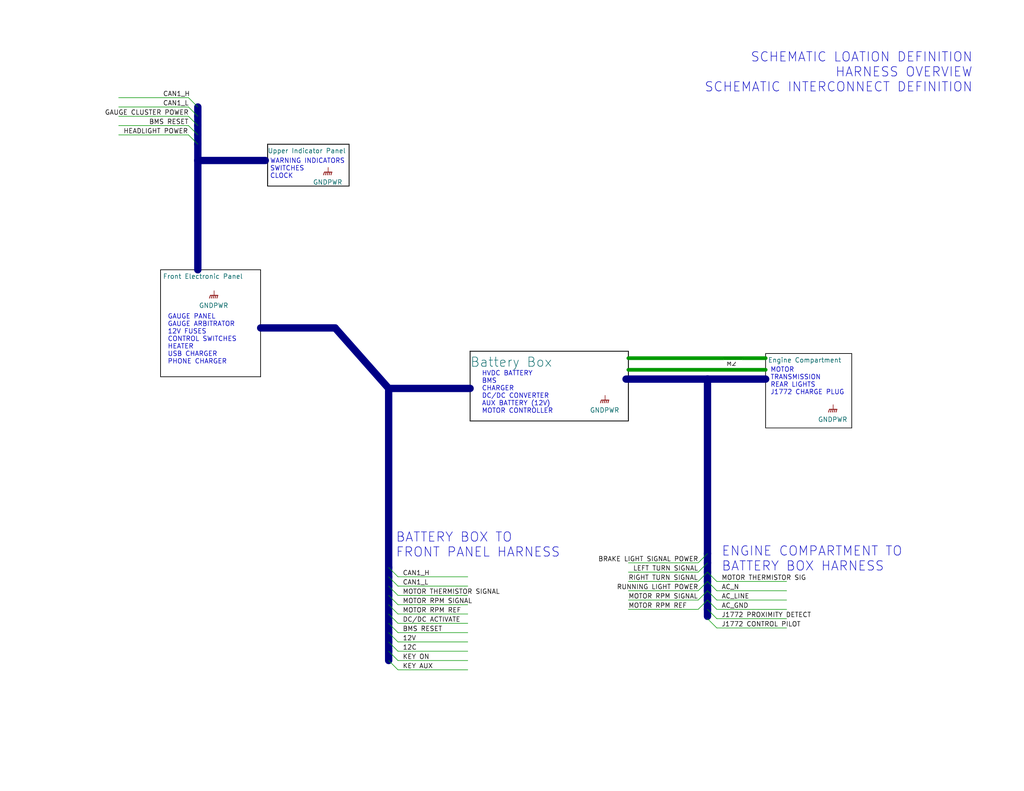
<source format=kicad_sch>
(kicad_sch (version 20211123) (generator eeschema)
  (paper "A")
  (title_block (title "ELECTRAVAN 500 SCHEMATIC") (date "2022-11-23") (rev "0.1") (company "MATTHEW BRYANT-HEIDEBRECHT") (comment 1 "(PARENTHESIS REPRESENTS SOFT REFERENCES AND MAY NOT BE CORRECT THROUGH UPDATES)") (comment 2 "THICK WIRES REPRESENT LOW GAUGE WIRES, SMALL WIRES REPRESENT HIGH GAUGE WIRES") (comment 3 "BUSES REPRESENT WIRE LOOMS ") (comment 4 "WIRES AND BUSES REPRESENT THE PHYSICAL WIRE CONFIGURATIONS"))
  (lib_symbols
    (symbol "power:GNDPWR" (power) (pin_names (offset 0))
      (property "Value" "GNDPWR" (at 0 -3.302 0))
      (symbol "GNDPWR_0_1"
        (polyline (pts (xy 0 -1.27) (xy 0 0)))
        (polyline (pts (xy -1.016 -1.27) (xy -1.27 -2.032) (xy -1.27 -2.032)) (stroke (width 0.2032)))
        (polyline (pts (xy -0.508 -1.27) (xy -0.762 -2.032) (xy -0.762 -2.032)) (stroke (width 0.2032)))
        (polyline (pts (xy 0 -1.27) (xy -0.254 -2.032) (xy -0.254 -2.032)) (stroke (width 0.2032)))
        (polyline (pts (xy 0.508 -1.27) (xy 0.254 -2.032) (xy 0.254 -2.032)) (stroke (width 0.2032)))
        (polyline (pts (xy 1.016 -1.27) (xy -1.016 -1.27) (xy -1.016 -1.27)) (stroke (width 0.2032)))
        (polyline (pts (xy 1.016 -1.27) (xy 0.762 -2.032) (xy 0.762 -2.032) (xy 0.762 -2.032)) (stroke (width 0.2032)))
      )
      (symbol "GNDPWR_1_1"
        (pin power_in line (at 0 0 270) (length 0) hide (name "GNDPWR") (number "1"))
      )
    )
  )
  (bus_alias "BATTERY_SENSE_BUS" (members "CELL_1-" "CELL_1+" "CELL_2+" "CELL_3+"))
  (bus_alias "CAN" (members "CAN1_H" "CAN1_L" "CELL_1+"))
  (bus_alias "BMS_I/O_CONNECTIONS" (members "BMS_I/O"))
  (bus_alias "THERM_AND_REMOTE_BMS_BUS" (members))
  (junction (at 53.975 43.815))
  (junction (at 106.045 106.045))
  (junction (at 193.04 103.505))
  (bus_entry (at 53.975 31.75) (size -2.54 -2.54))
  (bus_entry (at 106.045 172.72) (size 2.54 2.54))
  (bus_entry (at 193.04 156.21) (size 2.54 2.54))
  (bus_entry (at 106.045 180.34) (size 2.54 2.54))
  (bus_entry (at 53.975 34.29) (size -2.54 -2.54))
  (bus_entry (at 53.975 39.37) (size -2.54 -2.54))
  (bus_entry (at 106.045 160.02) (size 2.54 2.54))
  (bus_entry (at 53.975 36.83) (size -2.54 -2.54))
  (bus_entry (at 193.04 158.75) (size 2.54 2.54))
  (bus_entry (at 193.04 163.83) (size 2.54 2.54))
  (bus_entry (at 106.045 175.26) (size 2.54 2.54))
  (bus_entry (at 193.04 168.91) (size 2.54 2.54))
  (bus_entry (at 106.045 170.18) (size 2.54 2.54))
  (bus_entry (at 106.045 154.94) (size 2.54 2.54))
  (bus_entry (at 106.045 157.48) (size 2.54 2.54))
  (bus_entry (at 193.04 166.37) (size 2.54 2.54))
  (bus_entry (at 190.5 153.67) (size 2.54 -2.54))
  (bus_entry (at 190.5 156.21) (size 2.54 -2.54))
  (bus_entry (at 190.5 158.75) (size 2.54 -2.54))
  (bus_entry (at 190.5 166.37) (size 2.54 -2.54))
  (bus_entry (at 190.5 161.29) (size 2.54 -2.54))
  (bus_entry (at 190.5 163.83) (size 2.54 -2.54))
  (bus_entry (at 193.04 161.29) (size 2.54 2.54))
  (bus_entry (at 106.045 177.8) (size 2.54 2.54))
  (bus_entry (at 106.045 165.1) (size 2.54 2.54))
  (bus_entry (at 53.975 29.21) (size -2.54 -2.54))
  (bus_entry (at 106.045 167.64) (size 2.54 2.54))
  (bus_entry (at 106.045 162.56) (size 2.54 2.54))
  (wire (pts (xy 108.585 170.18) (xy 127.635 170.18)))
  (wire (pts (xy 195.58 171.45) (xy 214.63 171.45)))
  (bus (pts (xy 192.405 168.275) (xy 193.04 168.275)))
  (bus (pts (xy 106.045 177.8) (xy 106.045 180.34)) (stroke (width 2)))
  (bus (pts (xy 53.975 43.815) (xy 72.39 43.815)) (stroke (width 2)))
  (bus (pts (xy 193.04 161.29) (xy 193.04 163.83)) (stroke (width 2)))
  (wire (pts (xy 108.585 162.56) (xy 127.635 162.56)))
  (wire (pts (xy 195.58 161.29) (xy 214.63 161.29)))
  (bus (pts (xy 53.975 36.83) (xy 53.975 39.37)) (stroke (width 2)))
  (bus (pts (xy 193.04 156.21) (xy 193.04 158.75)) (stroke (width 2)))
  (polyline (pts (xy 197.485 97.79) (xy 202.565 97.79)))
  (wire (pts (xy 195.58 166.37) (xy 214.63 166.37)))
  (bus (pts (xy 106.045 175.26) (xy 106.045 177.8)) (stroke (width 2)))
  (bus (pts (xy 193.04 153.67) (xy 193.04 156.21)) (stroke (width 2)))
  (bus (pts (xy 106.045 170.18) (xy 106.045 172.72)) (stroke (width 2)))
  (wire (pts (xy 108.585 172.72) (xy 127.635 172.72)))
  (wire (pts (xy 51.435 31.75) (xy 32.385 31.75)))
  (wire (pts (xy 195.58 158.75) (xy 214.63 158.75)))
  (wire (pts (xy 108.585 182.88) (xy 127.635 182.88)))
  (wire (pts (xy 195.58 163.83) (xy 214.63 163.83)))
  (polyline (pts (xy 198.12 97.79) (xy 201.93 97.79)) (stroke (width 2) (type solid) (color 255 255 255 1)))
  (wire (pts (xy 108.585 160.02) (xy 127.635 160.02)))
  (bus (pts (xy 170.815 103.505) (xy 193.04 103.505)) (stroke (width 2)))
  (bus (pts (xy 71.12 89.535) (xy 91.44 89.535)) (stroke (width 2)))
  (bus (pts (xy 106.045 165.1) (xy 106.045 167.64)) (stroke (width 2)))
  (bus (pts (xy 193.04 103.505) (xy 193.04 151.13)) (stroke (width 2)))
  (wire (pts (xy 171.45 161.29) (xy 190.5 161.29)))
  (wire (pts (xy 108.585 175.26) (xy 127.635 175.26)))
  (polyline (pts (xy 198.12 95.885) (xy 201.93 95.885)) (stroke (width 2) (type solid) (color 255 255 255 1)))
  (bus (pts (xy 193.04 103.505) (xy 208.915 103.505)) (stroke (width 2)))
  (wire (pts (xy 171.45 156.21) (xy 190.5 156.21)))
  (bus (pts (xy 106.045 154.94) (xy 106.045 157.48)) (stroke (width 2)))
  (wire (pts (xy 171.45 158.75) (xy 190.5 158.75)))
  (bus (pts (xy 53.975 39.37) (xy 53.975 43.815)) (stroke (width 2)))
  (wire (pts (xy 51.435 34.29) (xy 32.385 34.29)))
  (bus (pts (xy 106.045 162.56) (xy 106.045 165.1)) (stroke (width 2)))
  (bus (pts (xy 53.975 31.75) (xy 53.975 34.29)) (stroke (width 2)))
  (polyline (pts (xy 198.12 96.52) (xy 201.93 96.52)) (stroke (width 2) (type solid) (color 255 255 255 1)))
  (bus (pts (xy 106.045 172.72) (xy 106.045 175.26)) (stroke (width 2)))
  (wire (pts (xy 108.585 165.1) (xy 127.635 165.1)))
  (bus (pts (xy 193.04 166.37) (xy 193.04 168.275)) (stroke (width 2)))
  (bus (pts (xy 193.04 163.83) (xy 193.04 166.37)) (stroke (width 2)))
  (wire (pts (xy 195.58 168.91) (xy 214.63 168.91)))
  (wire (pts (xy 108.585 177.8) (xy 127.635 177.8)))
  (wire (pts (xy 171.45 97.79) (xy 208.915 97.79)) (stroke (width 1)))
  (bus (pts (xy 106.045 157.48) (xy 106.045 160.02)) (stroke (width 2)))
  (bus (pts (xy 106.045 167.64) (xy 106.045 170.18)) (stroke (width 2)))
  (wire (pts (xy 51.435 26.67) (xy 32.385 26.67)))
  (wire (pts (xy 51.435 29.21) (xy 32.385 29.21)))
  (bus (pts (xy 53.975 73.66) (xy 53.975 43.815)) (stroke (width 2)))
  (wire (pts (xy 171.45 163.83) (xy 190.5 163.83)))
  (wire (pts (xy 171.45 166.37) (xy 190.5 166.37)))
  (bus (pts (xy 53.975 34.29) (xy 53.975 36.83)) (stroke (width 2)))
  (wire (pts (xy 171.45 153.67) (xy 190.5 153.67)))
  (bus (pts (xy 106.045 106.045) (xy 106.045 154.94)) (stroke (width 2)))
  (bus (pts (xy 106.045 160.02) (xy 106.045 162.56)) (stroke (width 2)))
  (wire (pts (xy 108.585 180.34) (xy 127.635 180.34)))
  (wire (pts (xy 108.585 157.48) (xy 127.635 157.48)))
  (bus (pts (xy 128.27 106.045) (xy 128.27 105.41)))
  (bus (pts (xy 53.975 29.21) (xy 53.975 31.75)) (stroke (width 2)))
  (bus (pts (xy 193.04 151.13) (xy 193.04 153.67)) (stroke (width 2)))
  (bus (pts (xy 193.04 158.75) (xy 193.04 161.29)) (stroke (width 2)))
  (wire (pts (xy 108.585 167.64) (xy 127.635 167.64)))
  (bus (pts (xy 91.44 89.535) (xy 106.045 106.045)) (stroke (width 2)))
  (wire (pts (xy 171.45 100.965) (xy 208.915 100.965)) (stroke (width 1)))
  (wire (pts (xy 51.435 36.83) (xy 32.385 36.83)))
  (bus (pts (xy 106.045 106.045) (xy 128.27 106.045)) (stroke (width 2)))
  (text "ENGINE COMPARTMENT TO \nBATTERY BOX HARNESS" (at 196.85 156.21 0) (effects (font (size 2.54 2.54)) (justify left bottom)))
  (text "GAUGE PANEL\nGAUGE ARBITRATOR\n12V FUSES\nCONTROL SWITCHES\nHEATER\nUSB CHARGER\nPHONE CHARGER\n\n" (at 45.72 101.6 0) (effects (font (size 1.27 1.27)) (justify left bottom)))
  (text "SCHEMATIC LOATION DEFINITION\nHARNESS OVERVIEW\nSCHEMATIC INTERCONNECT DEFINITION" (at 265.43 25.4 180) (effects (font (size 2.54 2.54)) (justify right bottom)))
  (text "WARNING INDICATORS\nSWITCHES\nCLOCK" (at 73.66 48.895 0) (effects (font (size 1.27 1.27)) (justify left bottom)))
  (text "BATTERY BOX TO\nFRONT PANEL HARNESS" (at 107.95 152.4 0) (effects (font (size 2.54 2.54)) (justify left bottom)))
  (text "HVDC BATTERY\nBMS\nCHARGER\nDC/DC CONVERTER\nAUX BATTERY (12V)\nMOTOR CONTROLLER" (at 131.445 113.03 0) (effects (font (size 1.27 1.27)) (justify left bottom)))
  (text "MOTOR\nTRANSMISSION\nREAR LIGHTS\nJ1772 CHARGE PLUG" (at 210.185 107.95 0) (effects (font (size 1.27 1.27)) (justify left bottom)))
  (label "J1772 CONTROL PILOT" (at 196.85 171.45 0))
  (label "GAUGE CLUSTER POWER" (at 28.575 31.75 0))
  (label "CAN1_H" (at 44.45 26.67 0))
  (label "BMS RESET" (at 40.64 34.29 0))
  (label "MOTOR RPM SIGNAL" (at 171.45 163.83 0))
  (label "AC_N" (at 196.85 161.29 0))
  (label "12C" (at 109.855 177.8 0))
  (label "HEADLIGHT POWER" (at 33.655 36.83 0))
  (label "BMS RESET" (at 109.855 172.72 0))
  (label "DC{slash}DC ACTIVATE" (at 109.855 170.18 0))
  (label "KEY ON" (at 109.855 180.34 0))
  (label "M1" (at 198.12 97.155 0))
  (label "CAN1_H" (at 109.855 157.48 0))
  (label "RUNNING LIGHT POWER" (at 168.275 161.29 0))
  (label "MOTOR RPM SIGNAL" (at 109.855 165.1 0))
  (label "LEFT TURN SIGNAL" (at 172.72 156.21 0))
  (label "MOTOR RPM REF" (at 109.855 167.64 0))
  (label "12V" (at 109.855 175.26 0))
  (label "MOTOR THERMISTOR SIG" (at 196.85 158.75 0))
  (label "MOTOR RPM REF" (at 171.45 166.37 0))
  (label "AC_GND" (at 196.85 166.37 0))
  (label "BRAKE LIGHT SIGNAL POWER" (at 163.195 153.67 0))
  (label "KEY AUX" (at 109.855 182.88 0))
  (label "CAN1_L" (at 109.855 160.02 0))
  (label "RIGHT TURN SIGNAL" (at 171.45 158.75 0))
  (label "CAN1_L" (at 44.45 29.21 0))
  (label "J1772 PROXIMITY DETECT" (at 196.85 168.91 0))
  (label "MOTOR THERMISTOR SIGNAL" (at 109.855 162.56 0))
  (label "M2" (at 198.12 100.33 0))
  (label "AC_LINE" (at 196.85 163.83 0))
  (symbol (lib_id "power:GNDPWR") (at 227.33 110.49 0) (unit 1)
    (property "Reference" "#PWR?" (effects hide))
    (property "Value" "GNDPWR" (at 227.203 114.527 0))
  )
  (symbol (lib_id "power:GNDPWR") (at 89.535 45.72 0) (unit 1)
    (property "Reference" "#PWR?" (effects hide))
    (property "Value" "GNDPWR" (at 89.408 49.757 0))
  )
  (symbol (lib_id "power:GNDPWR") (at 58.42 79.375 0) (unit 1)
    (property "Reference" "#PWR?" (effects hide))
    (property "Value" "GNDPWR" (at 58.293 83.412 0))
  )
  (symbol (lib_id "power:GNDPWR") (at 165.1 107.95 0) (unit 1)
    (property "Reference" "#PWR?" (effects hide))
    (property "Value" "GNDPWR" (at 164.973 111.987 0))
  )
  (sheet (at 43.815 73.66) (size 27.305 29.21) (stroke (width 0.2) (color 0 0 0 1)) (fill (color 255 255 255 1.0000))
    (property "Sheet name" "Front Electronic Panel" (at 44.45 76.2 0) (effects (justify left bottom)))
    (property "Sheet file" "12VElectronics.kicad_sch" (effects hide))
  )
  (sheet (at 208.915 96.52) (size 23.495 20.32) (stroke (width 0.2) (color 0 0 0 1)) (fill (color 255 255 255 1.0000))
    (property "Sheet name" "Engine Compartment" (at 209.55 99.06 0) (effects (justify left bottom)))
    (property "Sheet file" "Engine Compartment.kicad_sch" (effects hide))
  )
  (sheet (at 73.025 39.37) (size 22.225 11.43) (stroke (width 0.254) (color 0 0 0 1)) (fill (color 255 255 255 1.0000))
    (property "Sheet name" "Upper Indicator Panel" (at 73.025 41.91 0) (effects (justify left bottom)))
    (property "Sheet file" "uppder_indicator_panel.kicad_sch" (effects hide))
  )
  (sheet (at 128.27 95.885) (size 43.18 19.05) (stroke (width 0.254) (color 0 0 0 1)) (fill (color 255 255 255 1.0000))
    (property "Sheet name" "Battery Box" (at 128.27 100.33 0) (effects (font (size 2.54 2.54)) (justify left bottom)))
    (property "Sheet file" "battery_box.kicad_sch" (effects hide))
  )
)
</source>
